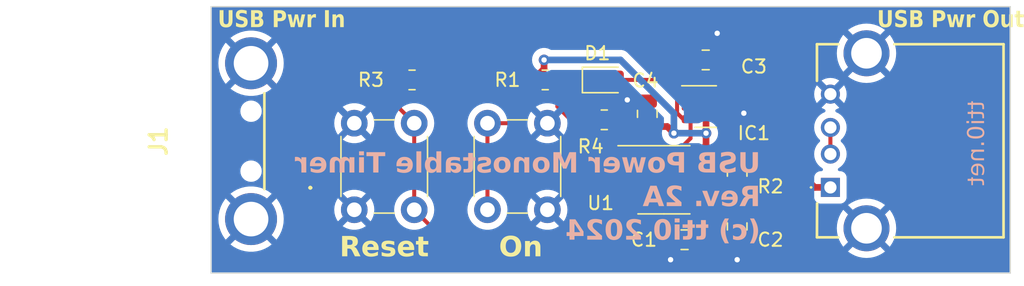
<source format=kicad_pcb>
(kicad_pcb (version 20221018) (generator pcbnew)
  (title_block (title "USB Timed Power Switch (555 Monostable)") (date "2024-04-02") (rev "2") (comment 1 "Author: tti0") (comment 2 "Open Source Hardware"))
  (layers (0 "F.Cu" signal) (31 "B.Cu" power) (34 "B.Paste" user) (35 "F.Paste" user) (36 "B.SilkS" user "B.Silkscreen") (37 "F.SilkS" user "F.Silkscreen") (38 "B.Mask" user) (39 "F.Mask" user) (44 "Edge.Cuts" user))
  (net 0 "")
  (net 1 "GND")
  (net 2 "Net-(U1-CV)")
  (net 3 "Net-(U1-DIS)")
  (net 4 "Net-(IC1-OUT_1)")
  (net 5 "+5V")
  (net 7 "Timer_Enable")
  (net 11 "Net-(J2-D+)")
  (net 12 "Net-(U1-TR)")
  (net 13 "Net-(U1-R)")
  (net 14 "Net-(D1-K)")
  (footprint "Capacitor_SMD:C_0805_2012Metric" (layer "F.Cu") (at 76.55 60)
    (fp_text reference "C1" (at -3.05 0 180) (layer "F.SilkS"))
    (fp_text value "10 nF")
    (fp_line (start -0.261252 -0.735) (end 0.261252 -0.735) (stroke (width 0.12)) (layer "F.SilkS"))
    (fp_line (start -0.261252 0.735) (end 0.261252 0.735) (stroke (width 0.12)) (layer "F.SilkS"))
    (pad "1" smd roundrect (at -0.95 0) (size 1 1.45) (layers "F.Cu" "F.Paste" "F.Mask") (net 1 "GND"))
    (pad "2" smd roundrect (at 0.95 0) (size 1 1.45) (layers "F.Cu" "F.Paste" "F.Mask") (net 2 "Net-(U1-CV)"))
  )
  (footprint "Capacitor_SMD:C_0805_2012Metric" (layer "F.Cu") (at 78.1375 46.5)
    (fp_text reference "C3" (at 3.6125 0.5) (layer "F.SilkS"))
    (fp_text value "100 nF")
    (fp_line (start -0.261252 -0.735) (end 0.261252 -0.735) (stroke (width 0.12)) (layer "F.SilkS"))
    (fp_line (start -0.261252 0.735) (end 0.261252 0.735) (stroke (width 0.12)) (layer "F.SilkS"))
    (pad "1" smd roundrect (at -0.95 0) (size 1 1.45) (layers "F.Cu" "F.Paste" "F.Mask") (net 4 "Net-(IC1-OUT_1)"))
    (pad "2" smd roundrect (at 0.95 0) (size 1 1.45) (layers "F.Cu" "F.Paste" "F.Mask") (net 1 "GND"))
  )
  (footprint "LED_SMD:LED_0805_2012Metric" (layer "F.Cu") (at 70.5625 48)
    (fp_text reference "D1" (at -0.5625 -2) (layer "F.SilkS"))
    (fp_text value "LED")
    (fp_line (start -1.685 -0.96) (end -1.685 0.96) (stroke (width 0.12)) (layer "F.SilkS"))
    (fp_line (start -1.685 0.96) (end 1 0.96) (stroke (width 0.12)) (layer "F.SilkS"))
    (fp_line (start 1 -0.96) (end -1.685 -0.96) (stroke (width 0.12)) (layer "F.SilkS"))
    (pad "1" smd roundrect (at -0.9375 0) (size 0.975 1.4) (layers "F.Cu" "F.Paste" "F.Mask") (net 14 "Net-(D1-K)"))
    (pad "2" smd roundrect (at 0.9375 0) (size 0.975 1.4) (layers "F.Cu" "F.Paste" "F.Mask") (net 7 "Timer_Enable"))
  )
  (footprint "Capacitor_SMD:C_0805_2012Metric" (layer "F.Cu") (at 73.75 50.55 90)
    (fp_text reference "C4" (at 2.5 -0.1375 180) (layer "F.SilkS"))
    (fp_text value "4.7 uF")
    (fp_line (start -0.261252 -0.735) (end 0.261252 -0.735) (stroke (width 0.12)) (layer "F.SilkS"))
    (fp_line (start -0.261252 0.735) (end 0.261252 0.735) (stroke (width 0.12)) (layer "F.SilkS"))
    (pad "1" smd roundrect (at -0.95 0 90) (size 1 1.45) (layers "F.Cu" "F.Paste" "F.Mask") (net 5 "+5V"))
    (pad "2" smd roundrect (at 0.95 0 90) (size 1 1.45) (layers "F.Cu" "F.Paste" "F.Mask") (net 1 "GND"))
  )
  (footprint "SamacSys_Parts:USB1061GFLA" (layer "F.Cu") (at 35.6 52.6 -90)
    (fp_text reference "J1" (at 0 -1.45 -90) (layer "F.SilkS") (effects (font (size 1.27 1.27) (thickness 0.254))))
    (fp_text value "USB_A (Input, male)" hide)
    (fp_line (start 3.5 -12.9) (end 3.5 -12.9) (stroke (width 0.2)) (layer "F.SilkS"))
    (fp_line (start 3.5 -12.9) (end 3.5 -12.9) (stroke (width 0.2)) (layer "F.SilkS"))
    (fp_line (start 3.5 -12.8) (end 3.5 -12.8) (stroke (width 0.2)) (layer "F.SilkS"))
    (fp_line (start 3.6 -9.4) (end -3.6 -9.4) (stroke (width 0.2)) (layer "F.SilkS"))
    (fp_arc (start 3.5 -12.9) (mid 3.55 -12.85) (end 3.5 -12.8) (stroke (width 0.2)) (layer "F.SilkS"))
    (fp_arc (start 3.5 -12.8) (mid 3.45 -12.85) (end 3.5 -12.9) (stroke (width 0.2)) (layer "F.SilkS"))
    (fp_arc (start 3.5 -12.8) (mid 3.45 -12.85) (end 3.5 -12.9) (stroke (width 0.2)) (layer "F.SilkS"))
    (pad "" np_thru_hole circle (at -2.25 -8.4 270) (size 1.1 1.1) (drill 1.1) (layers "*.Cu" "*.Mask"))
    (pad "" np_thru_hole circle (at 2.25 -8.4 270) (size 1.1 1.1) (drill 1.1) (layers "*.Cu" "*.Mask"))
    (pad "1" smd rect (at 3.5 -11.15 270) (size 1.2 2.3) (layers "F.Cu" "F.Paste" "F.Mask") (net 5 "+5V"))
    (pad "2" smd rect (at 1 -11.15 270) (size 1.2 2.3) (layers "F.Cu" "F.Paste" "F.Mask"))
    (pad "3" smd rect (at -1 -11.15 270) (size 1.2 2.3) (layers "F.Cu" "F.Paste" "F.Mask"))
    (pad "4" smd rect (at -3.5 -11.15 270) (size 1.2 2.3) (layers "F.Cu" "F.Paste" "F.Mask") (net 1 "GND"))
    (pad "MH1" thru_hole circle (at 5.85 -8.4 270) (size 3.9 3.9) (drill 2.6) (layers "*.Cu" "*.Mask") (net 1 "GND"))
    (pad "MH4" thru_hole circle (at -5.85 -8.4 270) (size 3.9 3.9) (drill 2.6) (layers "*.Cu" "*.Mask") (net 1 "GND"))
  )
  (footprint "Resistor_SMD:R_0805_2012Metric" (layer "F.Cu") (at 56.0875 48 180)
    (fp_text reference "R3" (at 3.0875 0 180) (layer "F.SilkS"))
    (fp_text value "10k")
    (fp_line (start -0.227064 -0.735) (end 0.227064 -0.735) (stroke (width 0.12)) (layer "F.SilkS"))
    (fp_line (start -0.227064 0.735) (end 0.227064 0.735) (stroke (width 0.12)) (layer "F.SilkS"))
    (pad "1" smd roundrect (at -0.9125 0 180) (size 1.025 1.4) (layers "F.Cu" "F.Paste" "F.Mask") (roundrect_rratio 0.243902439) (net 5 "+5V"))
    (pad "2" smd roundrect (at 0.9125 0 180) (size 1.025 1.4) (layers "F.Cu" "F.Paste" "F.Mask") (roundrect_rratio 0.243902439) (net 13 "Net-(U1-R)"))
  )
  (footprint "Capacitor_SMD:C_0805_2012Metric" (layer "F.Cu") (at 80.5 59 -90)
    (fp_text reference "C2" (at 1 -2.5 -180) (layer "F.SilkS"))
    (fp_text value "10 uF")
    (fp_line (start -0.261252 -0.735) (end 0.261252 -0.735) (stroke (width 0.12)) (layer "F.SilkS"))
    (fp_line (start -0.261252 0.735) (end 0.261252 0.735) (stroke (width 0.12)) (layer "F.SilkS"))
    (pad "1" smd roundrect (at -0.95 0 270) (size 1 1.45) (layers "F.Cu" "F.Paste" "F.Mask") (net 3 "Net-(U1-DIS)"))
    (pad "2" smd roundrect (at 0.95 0 270) (size 1 1.45) (layers "F.Cu" "F.Paste" "F.Mask") (net 1 "GND"))
  )
  (footprint "Button_Switch_THT:SW_PUSH_6mm" (layer "F.Cu") (at 51.75 57.75 90)
    (fp_text reference "SW2")
    (fp_text value "SW_Push (Reset)")
    (fp_line (start -0.25 1.5) (end -0.25 3) (stroke (width 0.12)) (layer "F.SilkS"))
    (fp_line (start 1 5.5) (end 5.5 5.5) (stroke (width 0.12)) (layer "F.SilkS"))
    (fp_line (start 5.5 -1) (end 1 -1) (stroke (width 0.12)) (layer "F.SilkS"))
    (fp_line (start 6.75 3) (end 6.75 1.5) (stroke (width 0.12)) (layer "F.SilkS"))
    (pad "1" thru_hole circle (at 0 0 180) (size 2 2) (drill 1.1) (layers "*.Cu" "*.Mask") (net 1 "GND"))
    (pad "1" thru_hole circle (at 6.5 0 180) (size 2 2) (drill 1.1) (layers "*.Cu" "*.Mask") (net 1 "GND"))
    (pad "2" thru_hole circle (at 0 4.5 180) (size 2 2) (drill 1.1) (layers "*.Cu" "*.Mask") (net 13 "Net-(U1-R)"))
    (pad "2" thru_hole circle (at 6.5 4.5 180) (size 2 2) (drill 1.1) (layers "*.Cu" "*.Mask") (net 13 "Net-(U1-R)"))
  )
  (footprint "SamacSys_Parts:USBASRA" (layer "F.Cu") (at 87.5 56.07 90)
    (fp_text reference "J2")
    (fp_text value "USB_A (Output, female)" hide)
    (fp_line (start -3.75 -1.01) (end -1.2 -1) (stroke (width 0.2)) (layer "F.SilkS"))
    (fp_line (start -3.75 0.6) (end -3.75 -1.01) (stroke (width 0.2)) (layer "F.SilkS"))
    (fp_line (start -3.75 13) (end -3.75 4.8) (stroke (width 0.2)) (layer "F.SilkS"))
    (fp_line (start 0 -1.5) (end 0 -1.5) (stroke (width 0.1)) (layer "F.SilkS"))
    (fp_line (start 0 -1.4) (end 0 -1.4) (stroke (width 0.1)) (layer "F.SilkS"))
    (fp_line (start 8 -1.01) (end 10.75 -1.01) (stroke (width 0.2)) (layer "F.SilkS"))
    (fp_line (start 10.75 -1.01) (end 10.75 0.6) (stroke (width 0.2)) (layer "F.SilkS"))
    (fp_line (start 10.75 4.8) (end 10.75 13) (stroke (width 0.2)) (layer "F.SilkS"))
    (fp_line (start 10.75 13) (end -3.75 13) (stroke (width 0.2)) (layer "F.SilkS"))
    (fp_arc (start 0 -1.5) (mid 0.05 -1.45) (end 0 -1.4) (stroke (width 0.1)) (layer "F.SilkS"))
    (fp_arc (start 0 -1.4) (mid -0.05 -1.45) (end 0 -1.5) (stroke (width 0.1)) (layer "F.SilkS"))
    (pad "1" thru_hole rect (at 0 0 90) (size 1.431 1.431) (drill 0.92) (layers "*.Cu" "*.Mask") (net 4 "Net-(IC1-OUT_1)"))
    (pad "2" thru_hole circle (at 2.5 0 90) (size 1.431 1.431) (drill 0.92) (layers "*.Cu" "*.Mask") (net 11 "Net-(J2-D+)"))
    (pad "3" thru_hole circle (at 4.5 0 90) (size 1.431 1.431) (drill 0.92) (layers "*.Cu" "*.Mask") (net 11 "Net-(J2-D+)"))
    (pad "4" thru_hole circle (at 7 0 90) (size 1.431 1.431) (drill 0.92) (layers "*.Cu" "*.Mask") (net 1 "GND"))
    (pad "MH1" thru_hole circle (at -3.07 2.71 90) (size 3.45 3.45) (drill 2.3) (layers "*.Cu" "*.Mask") (net 1 "GND"))
    (pad "MH2" thru_hole circle (at 10.07 2.71 90) (size 3.45 3.45) (drill 2.3) (layers "*.Cu" "*.Mask") (net 1 "GND"))
  )
  (footprint "Resistor_SMD:R_0805_2012Metric" (layer "F.Cu") (at 80.5 55 -90)
    (fp_text reference "R2" (at 1 -2.5 -180) (layer "F.SilkS"))
    (fp_text value "5M6")
    (fp_line (start -0.227064 -0.735) (end 0.227064 -0.735) (stroke (width 0.12)) (layer "F.SilkS"))
    (fp_line (start -0.227064 0.735) (end 0.227064 0.735) (stroke (width 0.12)) (layer "F.SilkS"))
    (pad "1" smd roundrect (at -0.9125 0 270) (size 1.025 1.4) (layers "F.Cu" "F.Paste" "F.Mask") (roundrect_rratio 0.243902439) (net 5 "+5V"))
    (pad "2" smd roundrect (at 0.9125 0 270) (size 1.025 1.4) (layers "F.Cu" "F.Paste" "F.Mask") (roundrect_rratio 0.243902439) (net 3 "Net-(U1-DIS)"))
  )
  (footprint "Package_TO_SOT_SMD:SOT-23-6" (layer "F.Cu") (at 78.1375 50)
    (fp_text reference "IC1" (at 3.6125 2 180) (layer "F.SilkS"))
    (fp_text value "SIP32508DT-T1-GE3")
    (fp_line (start 0 -1.56) (end -1.8 -1.56) (stroke (width 0.12)) (layer "F.SilkS"))
    (fp_line (start 0 -1.56) (end 0.8 -1.56) (stroke (width 0.12)) (layer "F.SilkS"))
    (fp_line (start 0 1.56) (end -0.8 1.56) (stroke (width 0.12)) (layer "F.SilkS"))
    (fp_line (start 0 1.56) (end 0.8 1.56) (stroke (width 0.12)) (layer "F.SilkS"))
    (pad "1" smd roundrect (at -1.1375 -0.95) (size 1.325 0.6) (layers "F.Cu" "F.Paste" "F.Mask") (net 4 "Net-(IC1-OUT_1)"))
    (pad "2" smd roundrect (at -1.1375 0) (size 1.325 0.6) (layers "F.Cu" "F.Paste" "F.Mask"))
    (pad "3" smd roundrect (at -1.1375 0.95) (size 1.325 0.6) (layers "F.Cu" "F.Paste" "F.Mask") (net 7 "Timer_Enable"))
    (pad "4" smd roundrect (at 1.1375 0.95) (size 1.325 0.6) (layers "F.Cu" "F.Paste" "F.Mask") (net 1 "GND"))
    (pad "5" smd roundrect (at 1.1375 0) (size 1.325 0.6) (layers "F.Cu" "F.Paste" "F.Mask") (net 5 "+5V"))
    (pad "6" smd roundrect (at 1.1375 -0.95) (size 1.325 0.6) (layers "F.Cu" "F.Paste" "F.Mask"))
  )
  (footprint "Package_SO:SOIC-8_3.9x4.9mm_P1.27mm" (layer "F.Cu") (at 75 55.5)
    (fp_text reference "U1" (at -4.75 1.75 180) (layer "F.SilkS"))
    (fp_text value "NE555D")
    (fp_line (start 0 -2.56) (end -3.45 -2.56) (stroke (width 0.12)) (layer "F.SilkS"))
    (fp_line (start 0 -2.56) (end 1.95 -2.56) (stroke (width 0.12)) (layer "F.SilkS"))
    (fp_line (start 0 2.56) (end -1.95 2.56) (stroke (width 0.12)) (layer "F.SilkS"))
    (fp_line (start 0 2.56) (end 1.95 2.56) (stroke (width 0.12)) (layer "F.SilkS"))
    (pad "1" smd roundrect (at -2.475 -1.905) (size 1.95 0.6) (layers "F.Cu" "F.Paste" "F.Mask") (net 1 "GND"))
    (pad "2" smd roundrect (at -2.475 -0.635) (size 1.95 0.6) (layers "F.Cu" "F.Paste" "F.Mask") (net 12 "Net-(U1-TR)"))
    (pad "3" smd roundrect (at -2.475 0.635) (size 1.95 0.6) (layers "F.Cu" "F.Paste" "F.Mask") (net 7 "Timer_Enable"))
    (pad "4" smd roundrect (at -2.475 1.905) (size 1.95 0.6) (layers "F.Cu" "F.Paste" "F.Mask") (net 13 "Net-(U1-R)"))
    (pad "5" smd roundrect (at 2.475 1.905) (size 1.95 0.6) (layers "F.Cu" "F.Paste" "F.Mask") (net 2 "Net-(U1-CV)"))
    (pad "6" smd roundrect (at 2.475 0.635) (size 1.95 0.6) (layers "F.Cu" "F.Paste" "F.Mask") (net 3 "Net-(U1-DIS)"))
    (pad "7" smd roundrect (at 2.475 -0.635) (size 1.95 0.6) (layers "F.Cu" "F.Paste" "F.Mask") (net 3 "Net-(U1-DIS)"))
    (pad "8" smd roundrect (at 2.475 -1.905) (size 1.95 0.6) (layers "F.Cu" "F.Paste" "F.Mask") (net 5 "+5V"))
  )
  (footprint "Resistor_SMD:R_0805_2012Metric" (layer "F.Cu") (at 70.5225 50.995)
    (fp_text reference "R4" (at -1.0225 2.005) (layer "F.SilkS"))
    (fp_text value "220")
    (fp_line (start -0.227064 -0.735) (end 0.227064 -0.735) (stroke (width 0.12)) (layer "F.SilkS"))
    (fp_line (start -0.227064 0.735) (end 0.227064 0.735) (stroke (width 0.12)) (layer "F.SilkS"))
    (pad "1" smd roundrect (at -0.9125 0) (size 1.025 1.4) (layers "F.Cu" "F.Paste" "F.Mask") (roundrect_rratio 0.243902439) (net 14 "Net-(D1-K)"))
    (pad "2" smd roundrect (at 0.9125 0) (size 1.025 1.4) (layers "F.Cu" "F.Paste" "F.Mask") (roundrect_rratio 0.243902439) (net 1 "GND"))
  )
  (footprint "Button_Switch_THT:SW_PUSH_6mm" (layer "F.Cu") (at 66.25 51.25 -90)
    (fp_text reference "SW1")
    (fp_text value "SW_Push (Set)")
    (fp_line (start -0.25 1.5) (end -0.25 3) (stroke (width 0.12)) (layer "F.SilkS"))
    (fp_line (start 1 5.5) (end 5.5 5.5) (stroke (width 0.12)) (layer "F.SilkS"))
    (fp_line (start 5.5 -1) (end 1 -1) (stroke (width 0.12)) (layer "F.SilkS"))
    (fp_line (start 6.75 3) (end 6.75 1.5) (stroke (width 0.12)) (layer "F.SilkS"))
    (pad "1" thru_hole circle (at 0 0) (size 2 2) (drill 1.1) (layers "*.Cu" "*.Mask") (net 1 "GND"))
    (pad "1" thru_hole circle (at 6.5 0) (size 2 2) (drill 1.1) (layers "*.Cu" "*.Mask") (net 1 "GND"))
    (pad "2" thru_hole circle (at 0 4.5) (size 2 2) (drill 1.1) (layers "*.Cu" "*.Mask") (net 12 "Net-(U1-TR)"))
    (pad "2" thru_hole circle (at 6.5 4.5) (size 2 2) (drill 1.1) (layers "*.Cu" "*.Mask") (net 12 "Net-(U1-TR)"))
  )
  (footprint "Resistor_SMD:R_0805_2012Metric" (layer "F.Cu") (at 66.0875 48)
    (fp_text reference "R1" (at -2.8375 0 180) (layer "F.SilkS"))
    (fp_text value "10k")
    (fp_line (start -0.227064 -0.735) (end 0.227064 -0.735) (stroke (width 0.12)) (layer "F.SilkS"))
    (fp_line (start -0.227064 0.735) (end 0.227064 0.735) (stroke (width 0.12)) (layer "F.SilkS"))
    (pad "1" smd roundrect (at -0.9125 0) (size 1.025 1.4) (layers "F.Cu" "F.Paste" "F.Mask") (roundrect_rratio 0.243902439) (net 5 "+5V"))
    (pad "2" smd roundrect (at 0.9125 0) (size 1.025 1.4) (layers "F.Cu" "F.Paste" "F.Mask") (roundrect_rratio 0.243902439) (net 12 "Net-(U1-TR)"))
  )
  (gr_line (start 101 42.5) (end 41 42.5) (stroke (width 0.1)) (layer "Edge.Cuts"))
  (gr_line (start 101 62.5) (end 101 42.5) (stroke (width 0.1)) (layer "Edge.Cuts"))
  (gr_line (start 41 42.5) (end 41 62.5) (stroke (width 0.1)) (layer "Edge.Cuts"))
  (gr_line (start 101 62.5) (end 41 62.5) (stroke (width 0.1)) (layer "Edge.Cuts"))
  (gr_text "USB Power Monostable Timer\nRev. 2A\n(c) tti0 2024" (at 82.25 60.25) (layer "B.SilkS") (effects (font (size 1.5 1.5) (thickness 0.2) bold) (justify left bottom mirror)))
  (gr_text "tti0.net" (at 99.25 52.75 90) (layer "B.SilkS") (effects (font (size 1.25 1.25) (thickness 0.15) italic) (justify bottom mirror)))
  (gr_text "USB Pwr Out" (at 91 44.25) (layer "F.SilkS") (effects (font (size 1.25 1.1) (thickness 0.22) bold) (justify left bottom)))
  (gr_text "On" (at 64.25 61.5) (layer "F.SilkS") (effects (font (size 1.5 1.5) (thickness 0.3) bold) (justify bottom)))
  (gr_text "USB Pwr In" (at 41.5 44.25) (layer "F.SilkS") (effects (font (size 1.25 1.1) (thickness 0.22) bold) (justify left bottom)))
  (gr_text "Reset" (at 54 61.5) (layer "F.SilkS") (effects (font (size 1.5 1.5) (thickness 0.3) bold) (justify bottom)))
  (segment (start 80.5 59.95) (end 80.5 61.5) (width 0.5) (layer "F.Cu") (net 1))
  (segment (start 79.0875 44.5875) (end 79 44.5) (width 0.5) (layer "F.Cu") (net 1))
  (segment (start 46.35 49.1) (end 44 46.75) (width 0.5) (layer "F.Cu") (net 1))
  (segment (start 75.6 60) (end 75.6 61.4) (width 0.5) (layer "F.Cu") (net 1))
  (segment (start 79.275 50.95) (end 80.55 50.95) (width 0.5) (layer "F.Cu") (net 1))
  (segment (start 72.25 50.18) (end 71.435 50.995) (width 0.5) (layer "F.Cu") (net 1))
  (segment (start 71.435 50.995) (end 71.435 52.505) (width 0.5) (layer "F.Cu") (net 1))
  (segment (start 79.0875 46.5) (end 79.0875 44.5875) (width 0.5) (layer "F.Cu") (net 1))
  (segment (start 73.75 49.6) (end 72.35 49.6) (width 0.5) (layer "F.Cu") (net 1))
  (segment (start 71.435 52.505) (end 72.525 53.595) (width 0.5) (layer "F.Cu") (net 1))
  (segment (start 72.35 49.6) (end 72.25 49.5) (width 0.5) (layer "F.Cu") (net 1))
  (segment (start 75.6 61.4) (end 75.5 61.5) (width 0.5) (layer "F.Cu") (net 1))
  (segment (start 72.25 49.5) (end 72.25 50.18) (width 0.5) (layer "F.Cu") (net 1))
  (segment (start 80.55 50.95) (end 81 50.5) (width 0.5) (layer "F.Cu") (net 1))
  (segment (start 46.75 49.1) (end 46.35 49.1) (width 0.5) (layer "F.Cu") (net 1))
  (via (at 72.25 49.5) (size 0.8) (drill 0.4) (layers "F.Cu" "B.Cu") (net 1))
  (via (at 81 50.5) (size 0.8) (drill 0.4) (layers "F.Cu" "B.Cu") (net 1))
  (via (at 79 44.5) (size 0.8) (drill 0.4) (layers "F.Cu" "B.Cu") (net 1))
  (via (at 80.5 61.5) (size 0.8) (drill 0.4) (layers "F.Cu" "B.Cu") (net 1))
  (via (at 75.5 61.5) (size 0.8) (drill 0.4) (layers "F.Cu" "B.Cu") (net 1))
  (segment (start 77.5 57.43) (end 77.475 57.405) (width 0.3) (layer "F.Cu") (net 2))
  (segment (start 77.5 60) (end 77.5 57.43) (width 0.3) (layer "F.Cu") (net 2))
  (segment (start 80.5 55.9125) (end 80.5 58.05) (width 0.3) (layer "F.Cu") (net 3))
  (segment (start 77.475 56.135) (end 80.2775 56.135) (width 0.3) (layer "F.Cu") (net 3))
  (segment (start 77.475 54.865) (end 77.475 56.135) (width 0.3) (layer "F.Cu") (net 3))
  (segment (start 80.2775 56.135) (end 80.5 55.9125) (width 0.3) (layer "F.Cu") (net 3))
  (segment (start 77 49.05) (end 77.75 48.3) (width 0.5) (layer "F.Cu") (net 4))
  (segment (start 84 49.5) (end 84 53.75) (width 0.5) (layer "F.Cu") (net 4))
  (segment (start 77.75 48.3) (end 82.8 48.3) (width 0.5) (layer "F.Cu") (net 4))
  (segment (start 87.5 56.07) (end 87.5 56.5) (width 0.5) (layer "F.Cu") (net 4))
  (segment (start 82.8 48.3) (end 84 49.5) (width 0.5) (layer "F.Cu") (net 4))
  (segment (start 84 53.75) (end 86.32 56.07) (width 0.5) (layer "F.Cu") (net 4))
  (segment (start 86.32 56.07) (end 87.5 56.07) (width 0.5) (layer "F.Cu") (net 4))
  (segment (start 77 49.05) (end 77 46.6875) (width 0.5) (layer "F.Cu") (net 4))
  (segment (start 77 46.6875) (end 77.1875 46.5) (width 0.5) (layer "F.Cu") (net 4))
  (segment (start 78.1625 50.450001) (end 78.612501 50) (width 0.5) (layer "F.Cu") (net 5))
  (segment (start 52.5 46) (end 49 49.5) (width 0.5) (layer "F.Cu") (net 5))
  (segment (start 77.475 53.595) (end 78.1625 52.9075) (width 0.5) (layer "F.Cu") (net 5))
  (segment (start 78.1625 52) (end 78.1625 50.450001) (width 0.5) (layer "F.Cu") (net 5))
  (segment (start 78.612501 50) (end 79.275 50) (width 0.5) (layer "F.Cu") (net 5))
  (segment (start 77.9675 54.0875) (end 80.5 54.0875) (width 0.5) (layer "F.Cu") (net 5))
  (segment (start 49 55.75) (end 48.65 56.1) (width 0.5) (layer "F.Cu") (net 5))
  (segment (start 57 48) (end 55 46) (width 0.5) (layer "F.Cu") (net 5))
  (segment (start 75.25 51.5) (end 73.75 51.5) (width 0.5) (layer "F.Cu") (net 5))
  (segment (start 77.475 53.595) (end 77.9675 54.0875) (width 0.5) (layer "F.Cu") (net 5))
  (segment (start 65.175 48) (end 57 48) (width 0.5) (layer "F.Cu") (net 5))
  (segment (start 75.75 52) (end 75.25 51.5) (width 0.5) (layer "F.Cu") (net 5))
  (segment (start 49 49.5) (end 49 55.75) (width 0.5) (layer "F.Cu") (net 5))
  (segment (start 78.1625 52.9075) (end 78.1625 52) (width 0.5) (layer "F.Cu") (net 5))
  (segment (start 66 47.175) (end 65.175 48) (width 0.5) (layer "F.Cu") (net 5))
  (segment (start 66 46.5) (end 66 47.175) (width 0.5) (layer "F.Cu") (net 5))
  (segment (start 48.65 56.1) (end 46.75 56.1) (width 0.5) (layer "F.Cu") (net 5))
  (segment (start 55 46) (end 52.5 46) (width 0.5) (layer "F.Cu") (net 5))
  (via (at 78.1625 52) (size 0.8) (drill 0.4) (layers "F.Cu" "B.Cu") (net 5))
  (via (at 75.75 52) (size 0.8) (drill 0.4) (layers "F.Cu" "B.Cu") (net 5))
  (via (at 66 46.5) (size 0.8) (drill 0.4) (layers "F.Cu" "B.Cu") (net 5))
  (segment (start 75.75 52) (end 78.1625 52) (width 0.5) (layer "B.Cu") (net 5))
  (segment (start 75.75 50.5125) (end 71.7375 46.5) (width 0.5) (layer "B.Cu") (net 5))
  (segment (start 75.75 52) (end 75.75 50.5125) (width 0.5) (layer "B.Cu") (net 5))
  (segment (start 71.7375 46.5) (end 66 46.5) (width 0.5) (layer "B.Cu") (net 5))
  (segment (start 76.45 50.95) (end 77 50.95) (width 0.3) (layer "F.Cu") (net 7))
  (segment (start 73.248738 56.135) (end 77 52.383738) (width 0.3) (layer "F.Cu") (net 7))
  (segment (start 75.9875 50.4875) (end 76.45 50.95) (width 0.3) (layer "F.Cu") (net 7))
  (segment (start 75.9875 49.319544) (end 75.9875 50.4875) (width 0.3) (layer "F.Cu") (net 7))
  (segment (start 77 52.383738) (end 77 50.95) (width 0.3) (layer "F.Cu") (net 7))
  (segment (start 71.5 48) (end 74.667956 48) (width 0.3) (layer "F.Cu") (net 7))
  (segment (start 72.525 56.135) (end 73.248738 56.135) (width 0.3) (layer "F.Cu") (net 7))
  (segment (start 74.667956 48) (end 75.9875 49.319544) (width 0.3) (layer "F.Cu") (net 7))
  (segment (start 87.5 51.57) (end 87.5 53.57) (width 0.3) (layer "F.Cu") (net 11))
  (segment (start 61.75 51.25) (end 61.75 57.75) (width 0.3) (layer "F.Cu") (net 12))
  (segment (start 63.75 51.25) (end 61.75 51.25) (width 0.3) (layer "F.Cu") (net 12))
  (segment (start 67 48) (end 63.75 51.25) (width 0.3) (layer "F.Cu") (net 12))
  (segment (start 71.865 54.865) (end 72.525 54.865) (width 0.3) (layer "F.Cu") (net 12))
  (segment (start 67 48) (end 67 50) (width 0.3) (layer "F.Cu") (net 12))
  (segment (start 67 50) (end 71.865 54.865) (width 0.3) (layer "F.Cu") (net 12))
  (segment (start 56.25 51.25) (end 55.175 50.175) (width 0.3) (layer "F.Cu") (net 13))
  (segment (start 59 60.5) (end 56.25 57.75) (width 0.3) (layer "F.Cu") (net 13))
  (segment (start 55.175 50.175) (end 55.175 48) (width 0.3) (layer "F.Cu") (net 13))
  (segment (start 56.25 51.25) (end 56.25 57.75) (width 0.3) (layer "F.Cu") (net 13))
  (segment (start 72.525 57.405) (end 69.43 60.5) (width 0.3) (layer "F.Cu") (net 13))
  (segment (start 69.43 60.5) (end 59 60.5) (width 0.3) (layer "F.Cu") (net 13))
  (segment (start 69.625 48) (end 69.625 50.98) (width 0.3) (layer "F.Cu") (net 14))
  (segment (start 69.625 50.98) (end 69.61 50.995) (width 0.3) (layer "F.Cu") (net 14))
  (zone (net 1) (net_name "GND") (layer "B.Cu") (connect_pads (clearance 0.5)) (min_thickness 0.25) (fill yes (thermal_gap 0.5) (thermal_bridge_width 0.5))
    (polygon (pts (xy 101.5 42) (xy 101.5 63.5) (xy 40 63.5) (xy 40 42)))
  )
)
</source>
